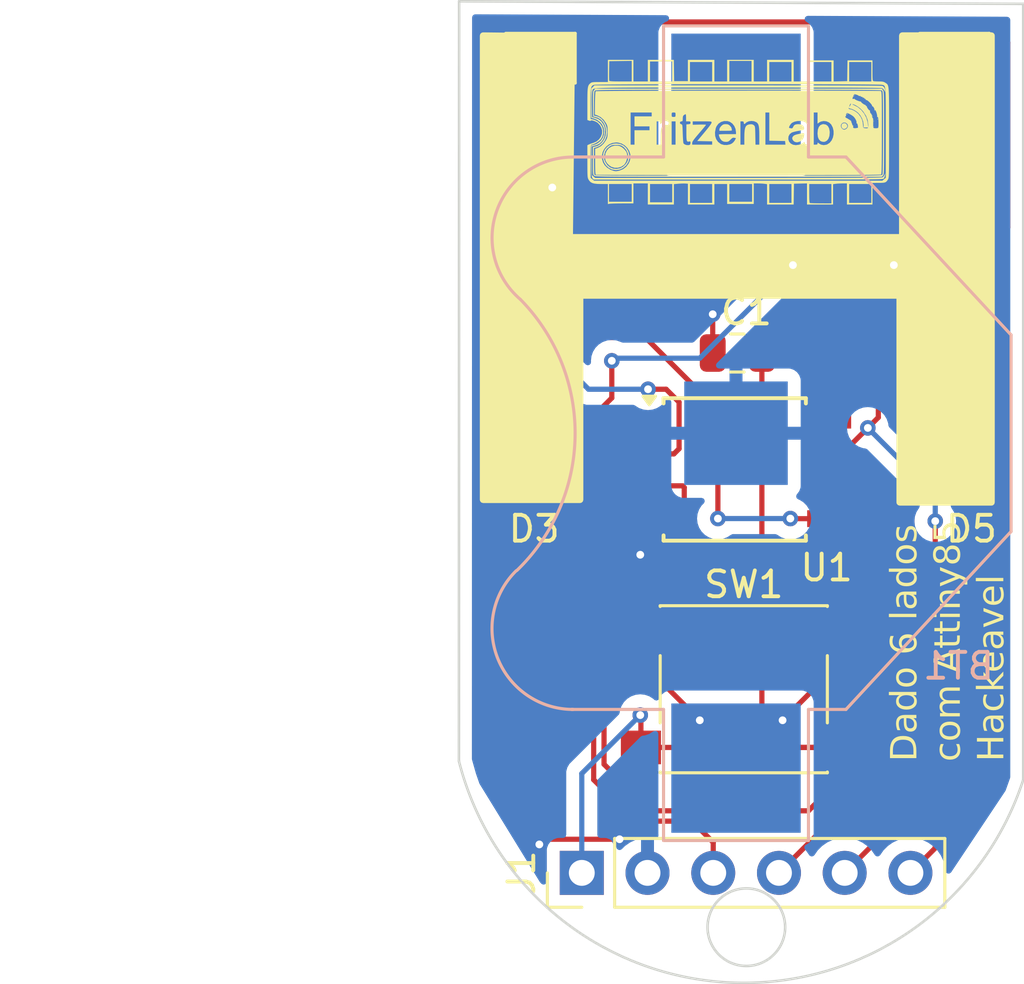
<source format=kicad_pcb>
(kicad_pcb (version 20240108) (generator "pcbnew") (generator_version "8.0")
  (layers (0 "F.Cu" signal) (31 "B.Cu" signal) (34 "B.Paste" user) (35 "F.Paste" user) (36 "B.SilkS" user "B.Silkscreen") (37 "F.SilkS" user "F.Silkscreen") (38 "B.Mask" user) (39 "F.Mask" user) (44 "Edge.Cuts" user))
  (net 0 "")
  (net 1 "Net-(BT1-+)")
  (net 2 "GND")
  (net 3 "VCC")
  (net 4 "Net-(D1-K)")
  (net 5 "Net-(D1-A)")
  (net 6 "Net-(D3-K)")
  (net 7 "Net-(D7-K)")
  (net 8 "D13_Sck")
  (net 9 "D10_Reset")
  (net 10 "D12_Miso")
  (net 11 "D11_Mosi")
  (net 12 "LED1")
  (net 13 "A2")
  (footprint "Logo:logo-fritzenlab-pequeno" (layer "F.Cu") (at 111.3 65.7)
    (property "Reference" "G***" (hide yes))
    (property "Value" "LOGO" (hide yes))
  )
  (footprint "LED_SMD:LED_0805_2012Metric" (layer "F.Cu") (at 119.4 78.4)
    (property "Reference" "D5" (at 1 2.2 0) (layer "F.SilkS"))
    (property "Value" "LED" (hide yes))
    (pad "1" smd roundrect (at -0.9375 0) (size 0.975 1.4) (layers "F.Cu" "F.Paste" "F.Mask") (net 6 "Net-(D3-K)"))
    (pad "2" smd roundrect (at 0.9375 0) (size 0.975 1.4) (layers "F.Cu" "F.Paste" "F.Mask") (net 5 "Net-(D1-A)"))
  )
  (footprint "LED_SMD:LED_0805_2012Metric" (layer "F.Cu") (at 119.4 62.4 180)
    (property "Reference" "D7" (at -0.1 -2 0) (layer "F.SilkS"))
    (property "Value" "LED" (hide yes))
    (pad "1" smd roundrect (at -0.9375 0 180) (size 0.975 1.4) (layers "F.Cu" "F.Paste" "F.Mask") (net 7 "Net-(D7-K)"))
    (pad "2" smd roundrect (at 0.9375 0 180) (size 0.975 1.4) (layers "F.Cu" "F.Paste" "F.Mask") (net 6 "Net-(D3-K)"))
  )
  (footprint "Button_Switch_SMD:SW_Push_1P1T_NO_6x6mm_H9.5mm" (layer "F.Cu") (at 111.6 86.8)
    (property "Reference" "SW1" (at 0 -4.05 0) (layer "F.SilkS"))
    (property "Value" "SW_Push_Dual" (hide yes))
    (pad "1" smd rect (at -3.975 -2.25) (size 1.55 1.3) (layers "F.Cu" "F.Paste" "F.Mask") (net 1 "Net-(BT1-+)"))
    (pad "1" smd rect (at 3.975 -2.25) (size 1.55 1.3) (layers "F.Cu" "F.Paste" "F.Mask") (net 1 "Net-(BT1-+)"))
    (pad "2" smd rect (at -3.975 2.25) (size 1.55 1.3) (layers "F.Cu" "F.Paste" "F.Mask") (net 3 "VCC"))
    (pad "2" smd rect (at 3.975 2.25) (size 1.55 1.3) (layers "F.Cu" "F.Paste" "F.Mask") (net 3 "VCC"))
  )
  (footprint "Connector_PinHeader_2.54mm:PinHeader_1x06_P2.54mm_Vertical" (layer "F.Cu") (at 105.34 93.9 90)
    (property "Reference" "J1" (at 0 -2.33 90) (layer "F.SilkS"))
    (property "Value" "Conn_01x06_Pin" (hide yes))
    (pad "1" thru_hole rect (at 0 0 90) (size 1.7 1.7) (drill 1) (layers "*.Cu" "*.Mask") (net 3 "VCC"))
    (pad "2" thru_hole oval (at 0 2.54 90) (size 1.7 1.7) (drill 1) (layers "*.Cu" "*.Mask") (net 2 "GND"))
    (pad "3" thru_hole oval (at 0 5.08 90) (size 1.7 1.7) (drill 1) (layers "*.Cu" "*.Mask") (net 9 "D10_Reset"))
    (pad "4" thru_hole oval (at 0 7.62 90) (size 1.7 1.7) (drill 1) (layers "*.Cu" "*.Mask") (net 11 "D11_Mosi"))
    (pad "5" thru_hole oval (at 0 10.16 90) (size 1.7 1.7) (drill 1) (layers "*.Cu" "*.Mask") (net 10 "D12_Miso"))
    (pad "6" thru_hole oval (at 0 12.7 90) (size 1.7 1.7) (drill 1) (layers "*.Cu" "*.Mask") (net 8 "D13_Sck"))
  )
  (footprint "Package_SO:SOIC-8W_5.3x5.3mm_P1.27mm" (layer "F.Cu") (at 111.25 78.3)
    (property "Reference" "U1" (at 3.55 3.8 0) (layer "F.SilkS"))
    (property "Value" "ATtiny85-20S" (hide yes))
    (pad "1" smd rect (at -3.65 -1.905) (size 1.7 0.65) (layers "F.Cu" "F.Paste" "F.Mask") (net 9 "D10_Reset"))
    (pad "2" smd rect (at -3.65 -0.635) (size 1.7 0.65) (layers "F.Cu" "F.Paste" "F.Mask") (net 12 "LED1"))
    (pad "3" smd rect (at -3.65 0.635) (size 1.7 0.65) (layers "F.Cu" "F.Paste" "F.Mask") (net 13 "A2"))
    (pad "4" smd rect (at -3.65 1.905) (size 1.7 0.65) (layers "F.Cu" "F.Paste" "F.Mask") (net 2 "GND"))
    (pad "5" smd rect (at 3.65 1.905) (size 1.7 0.65) (layers "F.Cu" "F.Paste" "F.Mask") (net 11 "D11_Mosi"))
    (pad "6" smd rect (at 3.65 0.635) (size 1.7 0.65) (layers "F.Cu" "F.Paste" "F.Mask") (net 10 "D12_Miso"))
    (pad "7" smd rect (at 3.65 -0.635) (size 1.7 0.65) (layers "F.Cu" "F.Paste" "F.Mask") (net 8 "D13_Sck"))
    (pad "8" smd rect (at 3.65 -1.905) (size 1.7 0.65) (layers "F.Cu" "F.Paste" "F.Mask") (net 3 "VCC"))
  )
  (footprint "LED_SMD:LED_0805_2012Metric" (layer "F.Cu") (at 111.4 70.4)
    (property "Reference" "D4" (at -2.8 0.1 0) (layer "F.SilkS"))
    (property "Value" "LED" (hide yes))
    (pad "1" smd roundrect (at -0.9375 0) (size 0.975 1.4) (layers "F.Cu" "F.Paste" "F.Mask") (net 4 "Net-(D1-K)"))
    (pad "2" smd roundrect (at 0.9375 0) (size 0.975 1.4) (layers "F.Cu" "F.Paste" "F.Mask") (net 6 "Net-(D3-K)"))
  )
  (footprint "LED_SMD:LED_0805_2012Metric" (layer "F.Cu") (at 119.4 70.4 180)
    (property "Reference" "D6" (at -0.1 -1.9 0) (layer "F.SilkS"))
    (property "Value" "LED" (hide yes))
    (pad "1" smd roundrect (at -0.9375 0 180) (size 0.975 1.4) (layers "F.Cu" "F.Paste" "F.Mask") (net 5 "Net-(D1-A)"))
    (pad "2" smd roundrect (at 0.9375 0 180) (size 0.975 1.4) (layers "F.Cu" "F.Paste" "F.Mask") (net 6 "Net-(D3-K)"))
  )
  (footprint "LED_SMD:LED_0805_2012Metric" (layer "F.Cu") (at 103.4 62.4 180)
    (property "Reference" "D1" (at 0 -1.9 0) (layer "F.SilkS"))
    (property "Value" "LED" (hide yes))
    (pad "1" smd roundrect (at -0.9375 0 180) (size 0.975 1.4) (layers "F.Cu" "F.Paste" "F.Mask") (net 4 "Net-(D1-K)"))
    (pad "2" smd roundrect (at 0.9375 0 180) (size 0.975 1.4) (layers "F.Cu" "F.Paste" "F.Mask") (net 5 "Net-(D1-A)"))
  )
  (footprint "Resistor_SMD:R_0805_2012Metric" (layer "F.Cu") (at 103.6 74.5 180)
    (property "Reference" "R2" (at 0.1 -1.9 0) (layer "F.SilkS"))
    (property "Value" "1k" (hide yes))
    (pad "1" smd roundrect (at -0.9125 0 180) (size 1.025 1.4) (layers "F.Cu" "F.Paste" "F.Mask") (roundrect_rratio 0.243902) (net 11 "D11_Mosi"))
    (pad "2" smd roundrect (at 0.9125 0 180) (size 1.025 1.4) (layers "F.Cu" "F.Paste" "F.Mask") (roundrect_rratio 0.243902) (net 4 "Net-(D1-K)"))
  )
  (footprint "Resistor_SMD:R_0805_2012Metric" (layer "F.Cu") (at 119.4 66.4)
    (property "Reference" "R4" (at 0.2 1.8 0) (layer "F.SilkS"))
    (property "Value" "1k" (hide yes))
    (pad "1" smd roundrect (at -0.9125 0) (size 1.025 1.4) (layers "F.Cu" "F.Paste" "F.Mask") (roundrect_rratio 0.243902) (net 8 "D13_Sck"))
    (pad "2" smd roundrect (at 0.9125 0) (size 1.025 1.4) (layers "F.Cu" "F.Paste" "F.Mask") (roundrect_rratio 0.243902) (net 7 "Net-(D7-K)"))
  )
  (footprint "Capacitor_SMD:C_0805_2012Metric" (layer "F.Cu") (at 111.35 73.8 180)
    (property "Reference" "C1" (at -0.35 1.6 0) (layer "F.SilkS"))
    (property "Value" "100n" (hide yes))
    (pad "1" smd roundrect (at -0.95 0 180) (size 1 1.45) (layers "F.Cu" "F.Paste" "F.Mask") (net 3 "VCC"))
    (pad "2" smd roundrect (at 0.95 0 180) (size 1 1.45) (layers "F.Cu" "F.Paste" "F.Mask") (net 2 "GND"))
  )
  (footprint "LED_SMD:LED_0805_2012Metric" (layer "F.Cu") (at 103.4 78.4 180)
    (property "Reference" "D3" (at -0.1 -2.2 0) (layer "F.SilkS"))
    (property "Value" "LED" (hide yes))
    (pad "1" smd roundrect (at -0.9375 0 180) (size 0.975 1.4) (layers "F.Cu" "F.Paste" "F.Mask") (net 6 "Net-(D3-K)"))
    (pad "2" smd roundrect (at 0.9375 0 180) (size 0.975 1.4) (layers "F.Cu" "F.Paste" "F.Mask") (net 4 "Net-(D1-K)"))
  )
  (footprint "LED_SMD:LED_0805_2012Metric" (layer "F.Cu") (at 103.4 70.4)
    (property "Reference" "D2" (at -0.4 1.9 0) (layer "F.SilkS"))
    (property "Value" "LED" (hide yes))
    (pad "1" smd roundrect (at -0.9375 0) (size 0.975 1.4) (layers "F.Cu" "F.Paste" "F.Mask") (net 5 "Net-(D1-A)"))
    (pad "2" smd roundrect (at 0.9375 0) (size 0.975 1.4) (layers "F.Cu" "F.Paste" "F.Mask") (net 4 "Net-(D1-K)"))
  )
  (footprint "Resistor_SMD:R_0805_2012Metric" (layer "F.Cu") (at 103.2875 66.2 180)
    (property "Reference" "R1" (at 0.1875 -1.9 0) (layer "F.SilkS"))
    (property "Value" "1k" (hide yes))
    (pad "1" smd roundrect (at -0.9125 0 180) (size 1.025 1.4) (layers "F.Cu" "F.Paste" "F.Mask") (roundrect_rratio 0.243902) (net 12 "LED1"))
    (pad "2" smd roundrect (at 0.9125 0 180) (size 1.025 1.4) (layers "F.Cu" "F.Paste" "F.Mask") (roundrect_rratio 0.243902) (net 5 "Net-(D1-A)"))
  )
  (footprint "Resistor_SMD:R_0805_2012Metric" (layer "F.Cu") (at 119.4 74.5 180)
    (property "Reference" "R3" (at -0.2 -1.8 0) (layer "F.SilkS"))
    (property "Value" "1k" (hide yes))
    (pad "1" smd roundrect (at -0.9125 0 180) (size 1.025 1.4) (layers "F.Cu" "F.Paste" "F.Mask") (roundrect_rratio 0.243902) (net 10 "D12_Miso"))
    (pad "2" smd roundrect (at 0.9125 0 180) (size 1.025 1.4) (layers "F.Cu" "F.Paste" "F.Mask") (roundrect_rratio 0.243902) (net 6 "Net-(D3-K)"))
  )
  (footprint "Battery:BatteryHolder_Multicomp_BC-2001_1x2032" (layer "B.Cu") (at 111.3 76.9 -90)
    (property "Reference" "BT1" (at 9 -8.6 180) (layer "B.SilkS") (effects (justify mirror)))
    (property "Value" "Battery_Cell")
    (pad "1" smd rect (at -12.95 0 270) (size 5 5) (layers "B.Cu" "B.Paste" "B.Mask") (net 1 "Net-(BT1-+)"))
    (pad "1" smd rect (at 12.95 0 270) (size 5 5) (layers "B.Cu" "B.Paste" "B.Mask") (net 1 "Net-(BT1-+)"))
    (pad "2" smd rect (at 0 0 270) (size 4 4) (layers "B.Cu" "B.Paste" "B.Mask") (net 2 "GND"))
  )
  (gr_circle (center 111.7 96) (end 113.2 96) (stroke (width 0.1)) (fill none) (layer "Edge.Cuts"))
  (gr_line (start 100.592076 89.577698) (end 100.6 60.2) (stroke (width 0.1)) (layer "Edge.Cuts"))
  (gr_arc (start 122.4 90.3) (mid 111.224183 98.14675) (end 100.592076 89.577698) (stroke (width 0.1)) (layer "Edge.Cuts"))
  (gr_line (start 122.4 90.3) (end 122.4 60.3) (stroke (width 0.1)) (layer "Edge.Cuts"))
  (gr_line (start 122.4 60.3) (end 100.6 60.2) (stroke (width 0.1)) (layer "Edge.Cuts"))
  (gr_text "Dado 6 lados\ncom Attiny85\nHackeavel" (at 121.8 89.6 90) (layer "F.SilkS") (effects (font (size 1 1) (thickness 0.1875)) (justify left bottom)))
  (segment (start 107.625 85.725) (end 109.9 88) (width 0.2) (layer "F.Cu") (net 1))
  (segment (start 115.575 85.525) (end 113.1 88) (width 0.2) (layer "F.Cu") (net 1))
  (segment (start 107.625 84.55) (end 107.625 85.725) (width 0.2) (layer "F.Cu") (net 1))
  (segment (start 115.575 84.55) (end 115.575 85.525) (width 0.2) (layer "F.Cu") (net 1))
  (via (at 109.9 88) (size 0.6) (drill 0.3) (layers "F.Cu" "B.Cu") (net 1))
  (via (at 113.1 88) (size 0.6) (drill 0.3) (layers "F.Cu" "B.Cu") (net 1))
  (segment (start 110.4 73.8) (end 110.4 72.3) (width 0.2) (layer "F.Cu") (net 2))
  (segment (start 106.8 92.6) (end 103.9 92.6) (width 0.2) (layer "F.Cu") (net 2))
  (segment (start 103.9 92.6) (end 103.7 92.8) (width 0.2) (layer "F.Cu") (net 2))
  (segment (start 107.6 80.205) (end 107.6 81.6) (width 0.2) (layer "F.Cu") (net 2))
  (via (at 110.4 72.3) (size 0.6) (drill 0.3) (layers "F.Cu" "B.Cu") (net 2))
  (via (at 107.6 81.6) (size 0.6) (drill 0.3) (layers "F.Cu" "B.Cu") (net 2))
  (via (at 106.8 92.6) (size 0.6) (drill 0.3) (layers "F.Cu" "B.Cu") (net 2))
  (via (at 103.7 92.8) (size 0.6) (drill 0.3) (layers "F.Cu" "B.Cu") (net 2))
  (segment (start 114.3 89.05) (end 115.575 89.05) (width 0.2) (layer "F.Cu") (net 3))
  (segment (start 107.625 89.05) (end 107.625 87.825) (width 0.2) (layer "F.Cu") (net 3))
  (segment (start 107.625 89.05) (end 114.3 89.05) (width 0.2) (layer "F.Cu") (net 3))
  (segment (start 112.3 89.05) (end 114.3 89.05) (width 0.2) (layer "F.Cu") (net 3))
  (segment (start 114.5 73.8) (end 112.3 73.8) (width 0.2) (layer "F.Cu") (net 3))
  (segment (start 114.9 74.2) (end 114.5 73.8) (width 0.2) (layer "F.Cu") (net 3))
  (segment (start 114.9 76.395) (end 114.9 74.2) (width 0.2) (layer "F.Cu") (net 3))
  (segment (start 112.3 73.8) (end 112.3 89.05) (width 0.2) (layer "F.Cu") (net 3))
  (segment (start 107.625 87.825) (end 107.6 87.8) (width 0.2) (layer "F.Cu") (net 3))
  (via (at 107.6 87.8) (size 0.6) (drill 0.3) (layers "F.Cu" "B.Cu") (net 3))
  (segment (start 105.34 90.06) (end 105.34 93.9) (width 0.2) (layer "B.Cu") (net 3))
  (segment (start 107.6 87.8) (end 105.34 90.06) (width 0.2) (layer "B.Cu") (net 3))
  (segment (start 102.4625 78.4) (end 102.4625 74.725) (width 0.2) (layer "F.Cu") (net 4))
  (segment (start 105.4 63.4625) (end 105.4 69.3375) (width 0.2) (layer "F.Cu") (net 4))
  (segment (start 104.3375 62.4) (end 105.4 63.4625) (width 0.2) (layer "F.Cu") (net 4))
  (segment (start 105.4 69.3375) (end 104.3375 70.4) (width 0.2) (layer "F.Cu") (net 4))
  (segment (start 110.4625 70.4) (end 104.3375 70.4) (width 0.2) (layer "F.Cu") (net 4))
  (segment (start 102.6875 74.4125) (end 104.3375 72.7625) (width 0.2) (layer "F.Cu") (net 4))
  (segment (start 102.4625 74.725) (end 102.6875 74.5) (width 0.2) (layer "F.Cu") (net 4))
  (segment (start 102.6875 74.5) (end 102.6875 74.4125) (width 0.2) (layer "F.Cu") (net 4))
  (segment (start 104.3375 72.7625) (end 104.3375 70.4) (width 0.2) (layer "F.Cu") (net 4))
  (segment (start 121.8 61.8) (end 121 61) (width 0.2) (layer "F.Cu") (net 5))
  (segment (start 102.375 70.3125) (end 102.4625 70.4) (width 0.5) (layer "F.Cu") (net 5))
  (segment (start 120.3375 70.4) (end 121.6 71.6625) (width 0.2) (layer "F.Cu") (net 5))
  (segment (start 121.6 71.6625) (end 121.6 78) (width 0.2) (layer "F.Cu") (net 5))
  (segment (start 121.2 78.4) (end 120.3375 78.4) (width 0.2) (layer "F.Cu") (net 5))
  (segment (start 102.4625 66.1125) (end 102.375 66.2) (width 0.5) (layer "F.Cu") (net 5))
  (segment (start 121 61) (end 102.9 61) (width 0.2) (layer "F.Cu") (net 5))
  (segment (start 102.4625 61.4375) (end 102.4625 62.4) (width 0.2) (layer "F.Cu") (net 5))
  (segment (start 121.8 68.9375) (end 121.8 61.8) (width 0.2) (layer "F.Cu") (net 5))
  (segment (start 102.9 61) (end 102.4625 61.4375) (width 0.2) (layer "F.Cu") (net 5))
  (segment (start 121.6 78) (end 121.2 78.4) (width 0.2) (layer "F.Cu") (net 5))
  (segment (start 120.3375 70.4) (end 121.8 68.9375) (width 0.2) (layer "F.Cu") (net 5))
  (segment (start 102.4625 62.4) (end 102.4625 70.4) (width 0.2) (layer "F.Cu") (net 5))
  (segment (start 119.5 63.4375) (end 119.5 69.3625) (width 0.2) (layer "F.Cu") (net 6))
  (segment (start 104.3375 78.4) (end 104.3375 77.700001) (width 0.2) (layer "F.Cu") (net 6))
  (segment (start 118.4625 62.4) (end 119.5 63.4375) (width 0.2) (layer "F.Cu") (net 6))
  (segment (start 104.3375 77.700001) (end 106.5 75.537501) (width 0.2) (layer "F.Cu") (net 6))
  (segment (start 118.4625 74.475) (end 118.4875 74.5) (width 0.5) (layer "F.Cu") (net 6))
  (segment (start 118.4625 74.525) (end 118.4875 74.5) (width 0.5) (layer "F.Cu") (net 6))
  (segment (start 112.3375 70.4) (end 113.5 70.4) (width 0.2) (layer "F.Cu") (net 6))
  (segment (start 119.5 69.3625) (end 118.4625 70.4) (width 0.2) (layer "F.Cu") (net 6))
  (segment (start 118.4625 70.4) (end 117.4 70.4) (width 0.2) (layer "F.Cu") (net 6))
  (segment (start 118.4625 70.4) (end 118.4625 78.4) (width 0.2) (layer "F.Cu") (net 6))
  (segment (start 106.5 75.537501) (end 106.5 74.1) (width 0.2) (layer "F.Cu") (net 6))
  (via (at 106.5 74.1) (size 0.6) (drill 0.3) (layers "F.Cu" "B.Cu") (net 6))
  (via (at 117.4 70.4) (size 0.6) (drill 0.3) (layers "F.Cu" "B.Cu") (net 6))
  (via (at 113.5 70.4) (size 0.6) (drill 0.3) (layers "F.Cu" "B.Cu") (net 6))
  (segment (start 106.6 74) (end 109.9 74) (width 0.2) (layer "B.Cu") (net 6))
  (segment (start 109.9 74) (end 113.5 70.4) (width 0.2) (layer "B.Cu") (net 6))
  (segment (start 106.5 74.1) (end 106.6 74) (width 0.2) (layer "B.Cu") (net 6))
  (segment (start 117.4 70.4) (end 113.5 70.4) (width 0.2) (layer "B.Cu") (net 6))
  (segment (start 120.3375 62.4) (end 120.3375 66.375) (width 0.2) (layer "F.Cu") (net 7))
  (segment (start 120.3375 66.375) (end 120.3125 66.4) (width 0.2) (layer "F.Cu") (net 7))
  (segment (start 114.9 77.665) (end 115.425 77.665) (width 0.2) (layer "F.Cu") (net 8))
  (segment (start 119 92.94) (end 119 80.3) (width 0.2) (layer "F.Cu") (net 8))
  (segment (start 116.8 67) (end 117.4 66.4) (width 0.2) (layer "F.Cu") (net 8))
  (segment (start 116.395 76.695) (end 116.8 76.29) (width 0.2) (layer "F.Cu") (net 8))
  (segment (start 115.425 77.665) (end 116.395 76.695) (width 0.2) (layer "F.Cu") (net 8))
  (segment (start 116.8 76.29) (end 116.8 67) (width 0.2) (layer "F.Cu") (net 8))
  (segment (start 117.4 66.4) (end 118.4875 66.4) (width 0.2) (layer "F.Cu") (net 8))
  (segment (start 118.04 93.9) (end 119 92.94) (width 0.2) (layer "F.Cu") (net 8))
  (via (at 119 80.3) (size 0.6) (drill 0.3) (layers "F.Cu" "B.Cu") (net 8))
  (via (at 116.395 76.695) (size 0.6) (drill 0.3) (layers "F.Cu" "B.Cu") (net 8))
  (segment (start 116.395 76.695) (end 119 79.3) (width 0.2) (layer "B.Cu") (net 8))
  (segment (start 119 79.3) (end 119 80.3) (width 0.2) (layer "B.Cu") (net 8))
  (segment (start 105.8 77.67) (end 105.8 90.3) (width 0.2) (layer "F.Cu") (net 9))
  (segment (start 110.42 92.72) (end 110.42 93.9) (width 0.2) (layer "F.Cu") (net 9))
  (segment (start 107.6 76.395) (end 107.075 76.395) (width 0.2) (layer "F.Cu") (net 9))
  (segment (start 109.6 91.9) (end 110.42 92.72) (width 0.2) (layer "F.Cu") (net 9))
  (segment (start 107.4 91.9) (end 109.6 91.9) (width 0.2) (layer "F.Cu") (net 9))
  (segment (start 107.075 76.395) (end 105.8 77.67) (width 0.2) (layer "F.Cu") (net 9))
  (segment (start 105.8 90.3) (end 107.4 91.9) (width 0.2) (layer "F.Cu") (net 9))
  (segment (start 119.55 78.8) (end 119.55 75.2625) (width 0.2) (layer "F.Cu") (net 10))
  (segment (start 118.1 79.4) (end 118.95 79.4) (width 0.2) (layer "F.Cu") (net 10))
  (segment (start 118.1 91.3) (end 118.1 79.4) (width 0.2) (layer "F.Cu") (net 10))
  (segment (start 116.135 78.935) (end 116.6 79.4) (width 0.2) (layer "F.Cu") (net 10))
  (segment (start 116.6 79.4) (end 118.1 79.4) (width 0.2) (layer "F.Cu") (net 10))
  (segment (start 119.55 75.2625) (end 120.3125 74.5) (width 0.2) (layer "F.Cu") (net 10))
  (segment (start 118.95 79.4) (end 119.55 78.8) (width 0.2) (layer "F.Cu") (net 10))
  (segment (start 115.5 93.9) (end 118.1 91.3) (width 0.2) (layer "F.Cu") (net 10))
  (segment (start 114.9 78.935) (end 116.135 78.935) (width 0.2) (layer "F.Cu") (net 10))
  (segment (start 105.8125 73.2) (end 107.8 73.2) (width 0.2) (layer "F.Cu") (net 11))
  (segment (start 113.405 80.205) (end 113.4 80.2) (width 0.2) (layer "F.Cu") (net 11))
  (segment (start 112.96 93.9) (end 116.26 90.6) (width 0.2) (layer "F.Cu") (net 11))
  (segment (start 117.4 90) (end 117.4 80.9) (width 0.2) (layer "F.Cu") (net 11))
  (segment (start 110.6 76) (end 110.6 80.2) (width 0.2) (layer "F.Cu") (net 11))
  (segment (start 114.9 80.205) (end 113.405 80.205) (width 0.2) (layer "F.Cu") (net 11))
  (segment (start 107.8 73.2) (end 110.6 76) (width 0.2) (layer "F.Cu") (net 11))
  (segment (start 116.26 90.6) (end 116.8 90.6) (width 0.2) (layer "F.Cu") (net 11))
  (segment (start 104.5125 74.5) (end 105.8125 73.2) (width 0.2) (layer "F.Cu") (net 11))
  (segment (start 117.4 80.9) (end 116.7 80.2) (width 0.2) (layer "F.Cu") (net 11))
  (segment (start 116.7 80.2) (end 116.695 80.205) (width 0.2) (layer "F.Cu") (net 11))
  (segment (start 116.8 90.6) (end 117.4 90) (width 0.2) (layer "F.Cu") (net 11))
  (segment (start 116.695 80.205) (end 114.9 80.205) (width 0.2) (layer "F.Cu") (net 11))
  (via (at 110.6 80.2) (size 0.6) (drill 0.3) (layers "F.Cu" "B.Cu") (net 11))
  (via (at 113.4 80.2) (size 0.6) (drill 0.3) (layers "F.Cu" "B.Cu") (net 11))
  (segment (start 113.4 80.2) (end 110.6 80.2) (width 0.2) (layer "B.Cu") (net 11))
  (segment (start 108.8 77.7) (end 108.9 77.7) (width 0.2) (layer "F.Cu") (net 12))
  (segment (start 108.9 77.7) (end 109.1 77.5) (width 0.2) (layer "F.Cu") (net 12))
  (segment (start 108.6 75.2) (end 107.9 75.2) (width 0.2) (layer "F.Cu") (net 12))
  (segment (start 109.1 77.5) (end 109.1 75.7) (width 0.2) (layer "F.Cu") (net 12))
  (segment (start 109.1 75.7) (end 108.6 75.2) (width 0.2) (layer "F.Cu") (net 12))
  (segment (start 108.125 77.665) (end 108.16 77.7) (width 0.2) (layer "F.Cu") (net 12))
  (segment (start 107.6 77.665) (end 108.125 77.665) (width 0.2) (layer "F.Cu") (net 12))
  (segment (start 108.16 77.7) (end 108.8 77.7) (width 0.2) (layer "F.Cu") (net 12))
  (segment (start 104.2 66.2) (end 104.2 67.4) (width 0.2) (layer "F.Cu") (net 12))
  (via (at 107.9 75.2) (size 0.6) (drill 0.3) (layers "F.Cu" "B.Cu") (net 12))
  (via (at 104.2 67.4) (size 0.6) (drill 0.3) (layers "F.Cu" "B.Cu") (net 12))
  (segment (start 105.6 75.2) (end 107.9 75.2) (width 0.2) (layer "B.Cu") (net 12))
  (segment (start 104.2 67.4) (end 104.2 73.8) (width 0.2) (layer "B.Cu") (net 12))
  (segment (start 104.2 73.8) (end 105.6 75.2) (width 0.2) (layer "B.Cu") (net 12))
  (segment (start 106.2 82.3) (end 106.2 89.7) (width 0.2) (layer "F.Cu") (net 13))
  (segment (start 109.235 78.935) (end 109.3 79) (width 0.2) (layer "F.Cu") (net 13))
  (segment (start 114.3 91.3) (end 115.432843 90.167157) (width 0.2) (layer "F.Cu") (net 13))
  (segment (start 108 91.5) (end 114.1 91.5) (width 0.2) (layer "F.Cu") (net 13))
  (segment (start 117 89.834314) (end 117 81.8) (width 0.2) (layer "F.Cu") (net 13))
  (segment (start 109.3 82.3) (end 106.2 82.3) (width 0.2) (layer "F.Cu") (net 13))
  (segment (start 106.2 89.7) (end 108 91.5) (width 0.2) (layer "F.Cu") (net 13))
  (segment (start 115.432843 90.167157) (end 116.667157 90.167157) (width 0.2) (layer "F.Cu") (net 13))
  (segment (start 107.6 78.935) (end 109.235 78.935) (width 0.2) (layer "F.Cu") (net 13))
  (segment (start 117 81.8) (end 112.7 81.8) (width 0.2) (layer "F.Cu") (net 13))
  (segment (start 114.1 91.5) (end 114.3 91.3) (width 0.2) (layer "F.Cu") (net 13))
  (segment (start 109.3 79) (end 109.3 82.3) (width 0.2) (layer "F.Cu") (net 13))
  (segment (start 116.667157 90.167157) (end 117 89.834314) (width 0.2) (layer "F.Cu") (net 13))
  (zone (net 2) (net_name "GND") (layer "B.Cu") (connect_pads (clearance 0.5)) (min_thickness 0.25) (fill yes (thermal_gap 0.5) (thermal_bridge_width 0.5))
    (polygon (pts (xy 101 60.7) (xy 122 60.7) (xy 122 90.3) (xy 118.8 95.1) (xy 104.3 95.2) (xy 100.8 89.5)))
  )
  (zone (net 0) (net_name "") (layer "F.SilkS") (connect_pads (clearance 0)) (min_thickness 0.25) (fill yes (thermal_gap 0.5) (thermal_bridge_width 0.5))
    (polygon (pts (xy 105.085 61.44) (xy 101.4 61.4) (xy 101.4 79.6) (xy 105.4 79.6) (xy 105.4 71.7) (xy 117.5 71.7) (xy 117.5 79.7) (xy 121.3 79.7) (xy 121.3 61.4) (xy 117.6 61.4) (xy 117.6 69.2) (xy 105 69.2)))
  )
)
</source>
